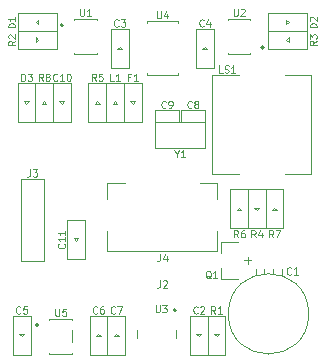
<source format=gto>
G04 #@! TF.GenerationSoftware,KiCad,Pcbnew,(5.1.10-1-10_14)*
G04 #@! TF.CreationDate,2021-08-08T19:51:24+09:00*
G04 #@! TF.ProjectId,MiniCon,4d696e69-436f-46e2-9e6b-696361645f70,V1.0*
G04 #@! TF.SameCoordinates,Original*
G04 #@! TF.FileFunction,Legend,Top*
G04 #@! TF.FilePolarity,Positive*
%FSLAX46Y46*%
G04 Gerber Fmt 4.6, Leading zero omitted, Abs format (unit mm)*
G04 Created by KiCad (PCBNEW (5.1.10-1-10_14)) date 2021-08-08 19:51:24*
%MOMM*%
%LPD*%
G01*
G04 APERTURE LIST*
%ADD10C,0.120000*%
%ADD11C,0.200000*%
%ADD12C,0.100000*%
G04 APERTURE END LIST*
D10*
X3600000Y2550000D02*
X-600000Y2550000D01*
X-600000Y2550000D02*
X-600000Y4750000D01*
X-600000Y4750000D02*
X3600000Y4750000D01*
X3600000Y4750000D02*
X3600000Y2550000D01*
X-7650000Y-14900000D02*
X-7650000Y-14800000D01*
X-9550000Y-14900000D02*
X-7650000Y-14900000D01*
X-9550000Y-14800000D02*
X-9550000Y-14900000D01*
X-9550000Y-11900000D02*
X-9550000Y-12000000D01*
X-7650000Y-11900000D02*
X-9550000Y-11900000D01*
X-7650000Y-12000000D02*
X-7650000Y-11900000D01*
X-7650000Y-12900000D02*
X-7650000Y-13900000D01*
D11*
X-10500000Y-12450000D02*
G75*
G03*
X-10500000Y-12450000I-100000J0D01*
G01*
D10*
X-1300000Y13100000D02*
X-1300000Y13300000D01*
X-1300000Y13300000D02*
X1300000Y13300000D01*
X1300000Y13300000D02*
X1300000Y13100000D01*
X-1300000Y8900000D02*
X-1300000Y8700000D01*
X-1300000Y8700000D02*
X1300000Y8700000D01*
X1300000Y8700000D02*
X1300000Y8900000D01*
X-2150000Y-12850000D02*
X-2150000Y-13550000D01*
X1150000Y-12850000D02*
X1150000Y-13550000D01*
D11*
X1150000Y-11200000D02*
G75*
G03*
X1150000Y-11200000I-100000J0D01*
G01*
X8600000Y11050000D02*
G75*
G03*
X8600000Y11050000I-100000J0D01*
G01*
D10*
X5550000Y10600000D02*
X5550000Y10500000D01*
X5550000Y10500000D02*
X7450000Y10500000D01*
X7450000Y10500000D02*
X7450000Y10600000D01*
X7450000Y13400000D02*
X7450000Y13500000D01*
X7450000Y13500000D02*
X5550000Y13500000D01*
X5550000Y13500000D02*
X5550000Y13400000D01*
D11*
X-8400000Y12950000D02*
G75*
G03*
X-8400000Y12950000I-100000J0D01*
G01*
D10*
X-5550000Y13400000D02*
X-5550000Y13500000D01*
X-5550000Y13500000D02*
X-7450000Y13500000D01*
X-7450000Y13500000D02*
X-7450000Y13400000D01*
X-7450000Y10600000D02*
X-7450000Y10500000D01*
X-7450000Y10500000D02*
X-5550000Y10500000D01*
X-5550000Y10500000D02*
X-5550000Y10600000D01*
X-10000000Y6500000D02*
X-9800000Y6300000D01*
X-10200000Y6300000D02*
X-10000000Y6500000D01*
X-9800000Y6300000D02*
X-10200000Y6300000D01*
X-10750000Y8050000D02*
X-10750000Y4750000D01*
X-9250000Y8050000D02*
X-9250000Y4750000D01*
X-9250000Y4750000D02*
X-10750000Y4750000D01*
X-9250000Y8050000D02*
X-10750000Y8050000D01*
X9500000Y-2500000D02*
X9700000Y-2700000D01*
X9300000Y-2700000D02*
X9500000Y-2500000D01*
X9700000Y-2700000D02*
X9300000Y-2700000D01*
X8750000Y-950000D02*
X8750000Y-4250000D01*
X10250000Y-950000D02*
X10250000Y-4250000D01*
X10250000Y-4250000D02*
X8750000Y-4250000D01*
X10250000Y-950000D02*
X8750000Y-950000D01*
X6500000Y-2500000D02*
X6700000Y-2700000D01*
X6300000Y-2700000D02*
X6500000Y-2500000D01*
X6700000Y-2700000D02*
X6300000Y-2700000D01*
X5750000Y-950000D02*
X5750000Y-4250000D01*
X7250000Y-950000D02*
X7250000Y-4250000D01*
X7250000Y-4250000D02*
X5750000Y-4250000D01*
X7250000Y-950000D02*
X5750000Y-950000D01*
X-5500000Y6500000D02*
X-5300000Y6300000D01*
X-5700000Y6300000D02*
X-5500000Y6500000D01*
X-5300000Y6300000D02*
X-5700000Y6300000D01*
X-6250000Y8050000D02*
X-6250000Y4750000D01*
X-4750000Y8050000D02*
X-4750000Y4750000D01*
X-4750000Y4750000D02*
X-6250000Y4750000D01*
X-4750000Y8050000D02*
X-6250000Y8050000D01*
X8000000Y-2700000D02*
X7800000Y-2500000D01*
X8200000Y-2500000D02*
X8000000Y-2700000D01*
X7800000Y-2500000D02*
X8200000Y-2500000D01*
X8750000Y-4250000D02*
X8750000Y-950000D01*
X7250000Y-4250000D02*
X7250000Y-950000D01*
X7250000Y-950000D02*
X8750000Y-950000D01*
X7250000Y-4250000D02*
X8750000Y-4250000D01*
X10500000Y11700000D02*
X10700000Y11900000D01*
X10700000Y11500000D02*
X10500000Y11700000D01*
X10700000Y11900000D02*
X10700000Y11500000D01*
X8950000Y10950000D02*
X12250000Y10950000D01*
X8950000Y12450000D02*
X12250000Y12450000D01*
X12250000Y12450000D02*
X12250000Y10950000D01*
X8950000Y12450000D02*
X8950000Y10950000D01*
X-10500000Y11700000D02*
X-10700000Y11500000D01*
X-10700000Y11900000D02*
X-10500000Y11700000D01*
X-10700000Y11500000D02*
X-10700000Y11900000D01*
X-8950000Y12450000D02*
X-12250000Y12450000D01*
X-8950000Y10950000D02*
X-12250000Y10950000D01*
X-12250000Y10950000D02*
X-12250000Y12450000D01*
X-8950000Y10950000D02*
X-8950000Y12450000D01*
X4600000Y-13400000D02*
X4400000Y-13200000D01*
X4800000Y-13200000D02*
X4600000Y-13400000D01*
X4400000Y-13200000D02*
X4800000Y-13200000D01*
X5350000Y-14950000D02*
X5350000Y-11650000D01*
X3850000Y-14950000D02*
X3850000Y-11650000D01*
X3850000Y-11650000D02*
X5350000Y-11650000D01*
X3850000Y-14950000D02*
X5350000Y-14950000D01*
X4940000Y-5420000D02*
X4940000Y-6350000D01*
X4940000Y-8580000D02*
X4940000Y-7650000D01*
X4940000Y-8580000D02*
X6400000Y-8580000D01*
X4940000Y-5420000D02*
X6400000Y-5420000D01*
X12600000Y300000D02*
X10400000Y300000D01*
X12600000Y8700000D02*
X12600000Y300000D01*
X10400000Y8700000D02*
X12600000Y8700000D01*
X4200000Y8700000D02*
X6500000Y8700000D01*
X4200000Y300000D02*
X4200000Y8700000D01*
X6500000Y300000D02*
X4200000Y300000D01*
X-4000000Y6500000D02*
X-3800000Y6300000D01*
X-4200000Y6300000D02*
X-4000000Y6500000D01*
X-3800000Y6300000D02*
X-4200000Y6300000D01*
X-4750000Y8050000D02*
X-4750000Y4750000D01*
X-3250000Y8050000D02*
X-3250000Y4750000D01*
X-3250000Y4750000D02*
X-4750000Y4750000D01*
X-3250000Y8050000D02*
X-4750000Y8050000D01*
X4650000Y-6200000D02*
X4650000Y-4460000D01*
X-4650000Y-6200000D02*
X4650000Y-6200000D01*
X-4650000Y-4460000D02*
X-4650000Y-6200000D01*
X4650000Y-400000D02*
X4650000Y-1740000D01*
X3160000Y-400000D02*
X4650000Y-400000D01*
X-4650000Y-400000D02*
X-4650000Y-1740000D01*
X-3160000Y-400000D02*
X-4650000Y-400000D01*
X-11950000Y-7000000D02*
X-10050000Y-7000000D01*
X-11950000Y-50000D02*
X-11950000Y-7000000D01*
X-10050000Y-50000D02*
X-10050000Y-7000000D01*
X-11950000Y-50000D02*
X-10050000Y-50000D01*
X-2500000Y6300000D02*
X-2700000Y6500000D01*
X-2300000Y6500000D02*
X-2500000Y6300000D01*
X-2700000Y6500000D02*
X-2300000Y6500000D01*
X-1750000Y4750000D02*
X-1750000Y8050000D01*
X-3250000Y4750000D02*
X-3250000Y8050000D01*
X-3250000Y8050000D02*
X-1750000Y8050000D01*
X-3250000Y4750000D02*
X-1750000Y4750000D01*
X-11500000Y6300000D02*
X-11700000Y6500000D01*
X-11300000Y6500000D02*
X-11500000Y6300000D01*
X-11700000Y6500000D02*
X-11300000Y6500000D01*
X-10750000Y4750000D02*
X-10750000Y8050000D01*
X-12250000Y4750000D02*
X-12250000Y8050000D01*
X-12250000Y8050000D02*
X-10750000Y8050000D01*
X-12250000Y4750000D02*
X-10750000Y4750000D01*
X10700000Y13200000D02*
X10500000Y13000000D01*
X10500000Y13400000D02*
X10700000Y13200000D01*
X10500000Y13000000D02*
X10500000Y13400000D01*
X12250000Y13950000D02*
X8950000Y13950000D01*
X12250000Y12450000D02*
X8950000Y12450000D01*
X8950000Y12450000D02*
X8950000Y13950000D01*
X12250000Y12450000D02*
X12250000Y13950000D01*
X-10700000Y13200000D02*
X-10500000Y13400000D01*
X-10500000Y13000000D02*
X-10700000Y13200000D01*
X-10500000Y13400000D02*
X-10500000Y13000000D01*
X-12250000Y12450000D02*
X-8950000Y12450000D01*
X-12250000Y13950000D02*
X-8950000Y13950000D01*
X-8950000Y13950000D02*
X-8950000Y12450000D01*
X-12250000Y13950000D02*
X-12250000Y12450000D01*
X-7300000Y-5300000D02*
X-7500000Y-5100000D01*
X-7100000Y-5100000D02*
X-7300000Y-5300000D01*
X-7500000Y-5100000D02*
X-7100000Y-5100000D01*
X-6550000Y-6850000D02*
X-6550000Y-3550000D01*
X-8050000Y-6850000D02*
X-8050000Y-3550000D01*
X-8050000Y-3550000D02*
X-6550000Y-3550000D01*
X-8050000Y-6850000D02*
X-6550000Y-6850000D01*
X-8500000Y6300000D02*
X-8700000Y6500000D01*
X-8300000Y6500000D02*
X-8500000Y6300000D01*
X-8700000Y6500000D02*
X-8300000Y6500000D01*
X-7750000Y4750000D02*
X-7750000Y8050000D01*
X-9250000Y4750000D02*
X-9250000Y8050000D01*
X-9250000Y8050000D02*
X-7750000Y8050000D01*
X-9250000Y4750000D02*
X-7750000Y4750000D01*
X1400000Y4750000D02*
X1400000Y5750000D01*
X-600000Y4750000D02*
X-600000Y5750000D01*
X-600000Y4750000D02*
X1400000Y4750000D01*
X-600000Y5750000D02*
X1400000Y5750000D01*
X1600000Y5750000D02*
X1600000Y4750000D01*
X3600000Y5750000D02*
X3600000Y4750000D01*
X3600000Y5750000D02*
X1600000Y5750000D01*
X3600000Y4750000D02*
X1600000Y4750000D01*
X-3900000Y-13200000D02*
X-3700000Y-13400000D01*
X-4100000Y-13400000D02*
X-3900000Y-13200000D01*
X-3700000Y-13400000D02*
X-4100000Y-13400000D01*
X-4650000Y-11650000D02*
X-4650000Y-14950000D01*
X-3150000Y-11650000D02*
X-3150000Y-14950000D01*
X-3150000Y-14950000D02*
X-4650000Y-14950000D01*
X-3150000Y-11650000D02*
X-4650000Y-11650000D01*
X-5400000Y-13200000D02*
X-5200000Y-13400000D01*
X-5600000Y-13400000D02*
X-5400000Y-13200000D01*
X-5200000Y-13400000D02*
X-5600000Y-13400000D01*
X-6150000Y-11650000D02*
X-6150000Y-14950000D01*
X-4650000Y-11650000D02*
X-4650000Y-14950000D01*
X-4650000Y-14950000D02*
X-6150000Y-14950000D01*
X-4650000Y-11650000D02*
X-6150000Y-11650000D01*
X-11900000Y-13400000D02*
X-12100000Y-13200000D01*
X-11700000Y-13200000D02*
X-11900000Y-13400000D01*
X-12100000Y-13200000D02*
X-11700000Y-13200000D01*
X-11150000Y-14950000D02*
X-11150000Y-11650000D01*
X-12650000Y-14950000D02*
X-12650000Y-11650000D01*
X-12650000Y-11650000D02*
X-11150000Y-11650000D01*
X-12650000Y-14950000D02*
X-11150000Y-14950000D01*
X3600000Y11100000D02*
X3800000Y10900000D01*
X3400000Y10900000D02*
X3600000Y11100000D01*
X3800000Y10900000D02*
X3400000Y10900000D01*
X2850000Y12650000D02*
X2850000Y9350000D01*
X4350000Y12650000D02*
X4350000Y9350000D01*
X4350000Y9350000D02*
X2850000Y9350000D01*
X4350000Y12650000D02*
X2850000Y12650000D01*
X-3600000Y11100000D02*
X-3400000Y10900000D01*
X-3800000Y10900000D02*
X-3600000Y11100000D01*
X-3400000Y10900000D02*
X-3800000Y10900000D01*
X-4350000Y12650000D02*
X-4350000Y9350000D01*
X-2850000Y12650000D02*
X-2850000Y9350000D01*
X-2850000Y9350000D02*
X-4350000Y9350000D01*
X-2850000Y12650000D02*
X-4350000Y12650000D01*
X3100000Y-13400000D02*
X2900000Y-13200000D01*
X3300000Y-13200000D02*
X3100000Y-13400000D01*
X2900000Y-13200000D02*
X3300000Y-13200000D01*
X3850000Y-14950000D02*
X3850000Y-11650000D01*
X2350000Y-14950000D02*
X2350000Y-11650000D01*
X2350000Y-11650000D02*
X3850000Y-11650000D01*
X2350000Y-14950000D02*
X3850000Y-14950000D01*
X12400000Y-11500000D02*
G75*
G03*
X12400000Y-11500000I-3400000J0D01*
G01*
X10100000Y-7700000D02*
X10100000Y-8250000D01*
X9400000Y-7700000D02*
X9400000Y-8100000D01*
X8600000Y-7700000D02*
X8600000Y-8100000D01*
X7900000Y-7700000D02*
X7900000Y-8250000D01*
D12*
X1214285Y2064285D02*
X1214285Y1778571D01*
X1014285Y2378571D02*
X1214285Y2064285D01*
X1414285Y2378571D01*
X1928571Y1778571D02*
X1585714Y1778571D01*
X1757142Y1778571D02*
X1757142Y2378571D01*
X1700000Y2292857D01*
X1642857Y2235714D01*
X1585714Y2207142D01*
X-9057142Y-11071428D02*
X-9057142Y-11557142D01*
X-9028571Y-11614285D01*
X-9000000Y-11642857D01*
X-8942857Y-11671428D01*
X-8828571Y-11671428D01*
X-8771428Y-11642857D01*
X-8742857Y-11614285D01*
X-8714285Y-11557142D01*
X-8714285Y-11071428D01*
X-8142857Y-11071428D02*
X-8428571Y-11071428D01*
X-8457142Y-11357142D01*
X-8428571Y-11328571D01*
X-8371428Y-11300000D01*
X-8228571Y-11300000D01*
X-8171428Y-11328571D01*
X-8142857Y-11357142D01*
X-8114285Y-11414285D01*
X-8114285Y-11557142D01*
X-8142857Y-11614285D01*
X-8171428Y-11642857D01*
X-8228571Y-11671428D01*
X-8371428Y-11671428D01*
X-8428571Y-11642857D01*
X-8457142Y-11614285D01*
X-457142Y14128571D02*
X-457142Y13642857D01*
X-428571Y13585714D01*
X-399999Y13557142D01*
X-342857Y13528571D01*
X-228571Y13528571D01*
X-171428Y13557142D01*
X-142857Y13585714D01*
X-114285Y13642857D01*
X-114285Y14128571D01*
X428571Y13928571D02*
X428571Y13528571D01*
X285714Y14157142D02*
X142857Y13728571D01*
X514285Y13728571D01*
X-557142Y-10771428D02*
X-557142Y-11257142D01*
X-528571Y-11314285D01*
X-499999Y-11342857D01*
X-442857Y-11371428D01*
X-328571Y-11371428D01*
X-271428Y-11342857D01*
X-242857Y-11314285D01*
X-214285Y-11257142D01*
X-214285Y-10771428D01*
X14285Y-10771428D02*
X385714Y-10771428D01*
X185714Y-11000000D01*
X271428Y-11000000D01*
X328571Y-11028571D01*
X357142Y-11057142D01*
X385714Y-11114285D01*
X385714Y-11257142D01*
X357142Y-11314285D01*
X328571Y-11342857D01*
X271428Y-11371428D01*
X100000Y-11371428D01*
X42857Y-11342857D01*
X14285Y-11314285D01*
X6042857Y14328571D02*
X6042857Y13842857D01*
X6071428Y13785714D01*
X6100000Y13757142D01*
X6157142Y13728571D01*
X6271428Y13728571D01*
X6328571Y13757142D01*
X6357142Y13785714D01*
X6385714Y13842857D01*
X6385714Y14328571D01*
X6642857Y14271428D02*
X6671428Y14300000D01*
X6728571Y14328571D01*
X6871428Y14328571D01*
X6928571Y14300000D01*
X6957142Y14271428D01*
X6985714Y14214285D01*
X6985714Y14157142D01*
X6957142Y14071428D01*
X6614285Y13728571D01*
X6985714Y13728571D01*
X-6957142Y14328571D02*
X-6957142Y13842857D01*
X-6928571Y13785714D01*
X-6900000Y13757142D01*
X-6842857Y13728571D01*
X-6728571Y13728571D01*
X-6671428Y13757142D01*
X-6642857Y13785714D01*
X-6614285Y13842857D01*
X-6614285Y14328571D01*
X-6014285Y13728571D02*
X-6357142Y13728571D01*
X-6185714Y13728571D02*
X-6185714Y14328571D01*
X-6242857Y14242857D01*
X-6300000Y14185714D01*
X-6357142Y14157142D01*
X-10100000Y8228571D02*
X-10300000Y8514285D01*
X-10442857Y8228571D02*
X-10442857Y8828571D01*
X-10214285Y8828571D01*
X-10157142Y8800000D01*
X-10128571Y8771428D01*
X-10100000Y8714285D01*
X-10100000Y8628571D01*
X-10128571Y8571428D01*
X-10157142Y8542857D01*
X-10214285Y8514285D01*
X-10442857Y8514285D01*
X-9757142Y8571428D02*
X-9814285Y8600000D01*
X-9842857Y8628571D01*
X-9871428Y8685714D01*
X-9871428Y8714285D01*
X-9842857Y8771428D01*
X-9814285Y8800000D01*
X-9757142Y8828571D01*
X-9642857Y8828571D01*
X-9585714Y8800000D01*
X-9557142Y8771428D01*
X-9528571Y8714285D01*
X-9528571Y8685714D01*
X-9557142Y8628571D01*
X-9585714Y8600000D01*
X-9642857Y8571428D01*
X-9757142Y8571428D01*
X-9814285Y8542857D01*
X-9842857Y8514285D01*
X-9871428Y8457142D01*
X-9871428Y8342857D01*
X-9842857Y8285714D01*
X-9814285Y8257142D01*
X-9757142Y8228571D01*
X-9642857Y8228571D01*
X-9585714Y8257142D01*
X-9557142Y8285714D01*
X-9528571Y8342857D01*
X-9528571Y8457142D01*
X-9557142Y8514285D01*
X-9585714Y8542857D01*
X-9642857Y8571428D01*
X9400000Y-5021428D02*
X9200000Y-4735714D01*
X9057142Y-5021428D02*
X9057142Y-4421428D01*
X9285714Y-4421428D01*
X9342857Y-4450000D01*
X9371428Y-4478571D01*
X9400000Y-4535714D01*
X9400000Y-4621428D01*
X9371428Y-4678571D01*
X9342857Y-4707142D01*
X9285714Y-4735714D01*
X9057142Y-4735714D01*
X9600000Y-4421428D02*
X10000000Y-4421428D01*
X9742857Y-5021428D01*
X6425000Y-5021428D02*
X6225000Y-4735714D01*
X6082142Y-5021428D02*
X6082142Y-4421428D01*
X6310714Y-4421428D01*
X6367857Y-4450000D01*
X6396428Y-4478571D01*
X6425000Y-4535714D01*
X6425000Y-4621428D01*
X6396428Y-4678571D01*
X6367857Y-4707142D01*
X6310714Y-4735714D01*
X6082142Y-4735714D01*
X6939285Y-4421428D02*
X6825000Y-4421428D01*
X6767857Y-4450000D01*
X6739285Y-4478571D01*
X6682142Y-4564285D01*
X6653571Y-4678571D01*
X6653571Y-4907142D01*
X6682142Y-4964285D01*
X6710714Y-4992857D01*
X6767857Y-5021428D01*
X6882142Y-5021428D01*
X6939285Y-4992857D01*
X6967857Y-4964285D01*
X6996428Y-4907142D01*
X6996428Y-4764285D01*
X6967857Y-4707142D01*
X6939285Y-4678571D01*
X6882142Y-4650000D01*
X6767857Y-4650000D01*
X6710714Y-4678571D01*
X6682142Y-4707142D01*
X6653571Y-4764285D01*
X-5600000Y8228571D02*
X-5800000Y8514285D01*
X-5942857Y8228571D02*
X-5942857Y8828571D01*
X-5714285Y8828571D01*
X-5657142Y8800000D01*
X-5628571Y8771428D01*
X-5600000Y8714285D01*
X-5600000Y8628571D01*
X-5628571Y8571428D01*
X-5657142Y8542857D01*
X-5714285Y8514285D01*
X-5942857Y8514285D01*
X-5057142Y8828571D02*
X-5342857Y8828571D01*
X-5371428Y8542857D01*
X-5342857Y8571428D01*
X-5285714Y8600000D01*
X-5142857Y8600000D01*
X-5085714Y8571428D01*
X-5057142Y8542857D01*
X-5028571Y8485714D01*
X-5028571Y8342857D01*
X-5057142Y8285714D01*
X-5085714Y8257142D01*
X-5142857Y8228571D01*
X-5285714Y8228571D01*
X-5342857Y8257142D01*
X-5371428Y8285714D01*
X7900000Y-5021428D02*
X7700000Y-4735714D01*
X7557142Y-5021428D02*
X7557142Y-4421428D01*
X7785714Y-4421428D01*
X7842857Y-4450000D01*
X7871428Y-4478571D01*
X7900000Y-4535714D01*
X7900000Y-4621428D01*
X7871428Y-4678571D01*
X7842857Y-4707142D01*
X7785714Y-4735714D01*
X7557142Y-4735714D01*
X8414285Y-4621428D02*
X8414285Y-5021428D01*
X8271428Y-4392857D02*
X8128571Y-4821428D01*
X8500000Y-4821428D01*
X13071428Y11600000D02*
X12785714Y11400000D01*
X13071428Y11257142D02*
X12471428Y11257142D01*
X12471428Y11485714D01*
X12500000Y11542857D01*
X12528571Y11571428D01*
X12585714Y11600000D01*
X12671428Y11600000D01*
X12728571Y11571428D01*
X12757142Y11542857D01*
X12785714Y11485714D01*
X12785714Y11257142D01*
X12471428Y11800000D02*
X12471428Y12171428D01*
X12700000Y11971428D01*
X12700000Y12057142D01*
X12728571Y12114285D01*
X12757142Y12142857D01*
X12814285Y12171428D01*
X12957142Y12171428D01*
X13014285Y12142857D01*
X13042857Y12114285D01*
X13071428Y12057142D01*
X13071428Y11885714D01*
X13042857Y11828571D01*
X13014285Y11800000D01*
X-12428571Y11600000D02*
X-12714285Y11400000D01*
X-12428571Y11257142D02*
X-13028571Y11257142D01*
X-13028571Y11485714D01*
X-13000000Y11542857D01*
X-12971428Y11571428D01*
X-12914285Y11600000D01*
X-12828571Y11600000D01*
X-12771428Y11571428D01*
X-12742857Y11542857D01*
X-12714285Y11485714D01*
X-12714285Y11257142D01*
X-12971428Y11828571D02*
X-13000000Y11857142D01*
X-13028571Y11914285D01*
X-13028571Y12057142D01*
X-13000000Y12114285D01*
X-12971428Y12142857D01*
X-12914285Y12171428D01*
X-12857142Y12171428D01*
X-12771428Y12142857D01*
X-12428571Y11800000D01*
X-12428571Y12171428D01*
X4500000Y-11471428D02*
X4300000Y-11185714D01*
X4157142Y-11471428D02*
X4157142Y-10871428D01*
X4385714Y-10871428D01*
X4442857Y-10900000D01*
X4471428Y-10928571D01*
X4500000Y-10985714D01*
X4500000Y-11071428D01*
X4471428Y-11128571D01*
X4442857Y-11157142D01*
X4385714Y-11185714D01*
X4157142Y-11185714D01*
X5071428Y-11471428D02*
X4728571Y-11471428D01*
X4900000Y-11471428D02*
X4900000Y-10871428D01*
X4842857Y-10957142D01*
X4785714Y-11014285D01*
X4728571Y-11042857D01*
X4117857Y-8503571D02*
X4060714Y-8475000D01*
X4003571Y-8417857D01*
X3917857Y-8332142D01*
X3860714Y-8303571D01*
X3803571Y-8303571D01*
X3832142Y-8446428D02*
X3775000Y-8417857D01*
X3717857Y-8360714D01*
X3689285Y-8246428D01*
X3689285Y-8046428D01*
X3717857Y-7932142D01*
X3775000Y-7875000D01*
X3832142Y-7846428D01*
X3946428Y-7846428D01*
X4003571Y-7875000D01*
X4060714Y-7932142D01*
X4089285Y-8046428D01*
X4089285Y-8246428D01*
X4060714Y-8360714D01*
X4003571Y-8417857D01*
X3946428Y-8446428D01*
X3832142Y-8446428D01*
X4660714Y-8446428D02*
X4317857Y-8446428D01*
X4489285Y-8446428D02*
X4489285Y-7846428D01*
X4432142Y-7932142D01*
X4375000Y-7989285D01*
X4317857Y-8017857D01*
X5114285Y8928571D02*
X4828571Y8928571D01*
X4828571Y9528571D01*
X5285714Y8957142D02*
X5371428Y8928571D01*
X5514285Y8928571D01*
X5571428Y8957142D01*
X5600000Y8985714D01*
X5628571Y9042857D01*
X5628571Y9100000D01*
X5600000Y9157142D01*
X5571428Y9185714D01*
X5514285Y9214285D01*
X5400000Y9242857D01*
X5342857Y9271428D01*
X5314285Y9300000D01*
X5285714Y9357142D01*
X5285714Y9414285D01*
X5314285Y9471428D01*
X5342857Y9500000D01*
X5400000Y9528571D01*
X5542857Y9528571D01*
X5628571Y9500000D01*
X6200000Y8928571D02*
X5857142Y8928571D01*
X6028571Y8928571D02*
X6028571Y9528571D01*
X5971428Y9442857D01*
X5914285Y9385714D01*
X5857142Y9357142D01*
X-4099999Y8228571D02*
X-4385714Y8228571D01*
X-4385714Y8828571D01*
X-3585714Y8228571D02*
X-3928571Y8228571D01*
X-3757142Y8228571D02*
X-3757142Y8828571D01*
X-3814285Y8742857D01*
X-3871428Y8685714D01*
X-3928571Y8657142D01*
X-175000Y-6421428D02*
X-175000Y-6850000D01*
X-203571Y-6935714D01*
X-260714Y-6992857D01*
X-346428Y-7021428D01*
X-403571Y-7021428D01*
X367857Y-6621428D02*
X367857Y-7021428D01*
X224999Y-6392857D02*
X82142Y-6821428D01*
X453571Y-6821428D01*
X-11200000Y728571D02*
X-11200000Y300000D01*
X-11228571Y214285D01*
X-11285714Y157142D01*
X-11371428Y128571D01*
X-11428571Y128571D01*
X-10971428Y728571D02*
X-10600000Y728571D01*
X-10800000Y500000D01*
X-10714285Y500000D01*
X-10657142Y471428D01*
X-10628571Y442857D01*
X-10600000Y385714D01*
X-10600000Y242857D01*
X-10628571Y185714D01*
X-10657142Y157142D01*
X-10714285Y128571D01*
X-10885714Y128571D01*
X-10942857Y157142D01*
X-10971428Y185714D01*
X-200000Y-8671428D02*
X-200000Y-9100000D01*
X-228571Y-9185714D01*
X-285714Y-9242857D01*
X-371428Y-9271428D01*
X-428571Y-9271428D01*
X57142Y-8728571D02*
X85714Y-8700000D01*
X142857Y-8671428D01*
X285714Y-8671428D01*
X342857Y-8700000D01*
X371428Y-8728571D01*
X399999Y-8785714D01*
X399999Y-8842857D01*
X371428Y-8928571D01*
X28571Y-9271428D01*
X399999Y-9271428D01*
X-2700000Y8542857D02*
X-2900000Y8542857D01*
X-2900000Y8228571D02*
X-2900000Y8828571D01*
X-2614285Y8828571D01*
X-2071428Y8228571D02*
X-2414285Y8228571D01*
X-2242857Y8228571D02*
X-2242857Y8828571D01*
X-2300000Y8742857D01*
X-2357142Y8685714D01*
X-2414285Y8657142D01*
X-11942857Y8228571D02*
X-11942857Y8828571D01*
X-11800000Y8828571D01*
X-11714285Y8800000D01*
X-11657142Y8742857D01*
X-11628571Y8685714D01*
X-11600000Y8571428D01*
X-11600000Y8485714D01*
X-11628571Y8371428D01*
X-11657142Y8314285D01*
X-11714285Y8257142D01*
X-11800000Y8228571D01*
X-11942857Y8228571D01*
X-11400000Y8828571D02*
X-11028571Y8828571D01*
X-11228571Y8600000D01*
X-11142857Y8600000D01*
X-11085714Y8571428D01*
X-11057142Y8542857D01*
X-11028571Y8485714D01*
X-11028571Y8342857D01*
X-11057142Y8285714D01*
X-11085714Y8257142D01*
X-11142857Y8228571D01*
X-11314285Y8228571D01*
X-11371428Y8257142D01*
X-11400000Y8285714D01*
X13071428Y12757142D02*
X12471428Y12757142D01*
X12471428Y12900000D01*
X12500000Y12985714D01*
X12557142Y13042857D01*
X12614285Y13071428D01*
X12728571Y13100000D01*
X12814285Y13100000D01*
X12928571Y13071428D01*
X12985714Y13042857D01*
X13042857Y12985714D01*
X13071428Y12900000D01*
X13071428Y12757142D01*
X12528571Y13328571D02*
X12500000Y13357142D01*
X12471428Y13414285D01*
X12471428Y13557142D01*
X12500000Y13614285D01*
X12528571Y13642857D01*
X12585714Y13671428D01*
X12642857Y13671428D01*
X12728571Y13642857D01*
X13071428Y13300000D01*
X13071428Y13671428D01*
X-12428571Y12757142D02*
X-13028571Y12757142D01*
X-13028571Y12900000D01*
X-13000000Y12985714D01*
X-12942857Y13042857D01*
X-12885714Y13071428D01*
X-12771428Y13100000D01*
X-12685714Y13100000D01*
X-12571428Y13071428D01*
X-12514285Y13042857D01*
X-12457142Y12985714D01*
X-12428571Y12900000D01*
X-12428571Y12757142D01*
X-12428571Y13671428D02*
X-12428571Y13328571D01*
X-12428571Y13500000D02*
X-13028571Y13500000D01*
X-12942857Y13442857D01*
X-12885714Y13385714D01*
X-12857142Y13328571D01*
X-8285714Y-5585714D02*
X-8257142Y-5614285D01*
X-8228571Y-5700000D01*
X-8228571Y-5757142D01*
X-8257142Y-5842857D01*
X-8314285Y-5900000D01*
X-8371428Y-5928571D01*
X-8485714Y-5957142D01*
X-8571428Y-5957142D01*
X-8685714Y-5928571D01*
X-8742857Y-5900000D01*
X-8800000Y-5842857D01*
X-8828571Y-5757142D01*
X-8828571Y-5700000D01*
X-8800000Y-5614285D01*
X-8771428Y-5585714D01*
X-8228571Y-5014285D02*
X-8228571Y-5357142D01*
X-8228571Y-5185714D02*
X-8828571Y-5185714D01*
X-8742857Y-5242857D01*
X-8685714Y-5300000D01*
X-8657142Y-5357142D01*
X-8228571Y-4442857D02*
X-8228571Y-4785714D01*
X-8228571Y-4614285D02*
X-8828571Y-4614285D01*
X-8742857Y-4671428D01*
X-8685714Y-4728571D01*
X-8657142Y-4785714D01*
X-8885714Y8285714D02*
X-8914285Y8257142D01*
X-9000000Y8228571D01*
X-9057142Y8228571D01*
X-9142857Y8257142D01*
X-9200000Y8314285D01*
X-9228571Y8371428D01*
X-9257142Y8485714D01*
X-9257142Y8571428D01*
X-9228571Y8685714D01*
X-9200000Y8742857D01*
X-9142857Y8800000D01*
X-9057142Y8828571D01*
X-9000000Y8828571D01*
X-8914285Y8800000D01*
X-8885714Y8771428D01*
X-8314285Y8228571D02*
X-8657142Y8228571D01*
X-8485714Y8228571D02*
X-8485714Y8828571D01*
X-8542857Y8742857D01*
X-8600000Y8685714D01*
X-8657142Y8657142D01*
X-7942857Y8828571D02*
X-7885714Y8828571D01*
X-7828571Y8800000D01*
X-7800000Y8771428D01*
X-7771428Y8714285D01*
X-7742857Y8600000D01*
X-7742857Y8457142D01*
X-7771428Y8342857D01*
X-7800000Y8285714D01*
X-7828571Y8257142D01*
X-7885714Y8228571D01*
X-7942857Y8228571D01*
X-8000000Y8257142D01*
X-8028571Y8285714D01*
X-8057142Y8342857D01*
X-8085714Y8457142D01*
X-8085714Y8600000D01*
X-8057142Y8714285D01*
X-8028571Y8771428D01*
X-8000000Y8800000D01*
X-7942857Y8828571D01*
X300000Y5985714D02*
X271428Y5957142D01*
X185714Y5928571D01*
X128571Y5928571D01*
X42857Y5957142D01*
X-14285Y6014285D01*
X-42857Y6071428D01*
X-71428Y6185714D01*
X-71428Y6271428D01*
X-42857Y6385714D01*
X-14285Y6442857D01*
X42857Y6500000D01*
X128571Y6528571D01*
X185714Y6528571D01*
X271428Y6500000D01*
X300000Y6471428D01*
X585714Y5928571D02*
X700000Y5928571D01*
X757142Y5957142D01*
X785714Y5985714D01*
X842857Y6071428D01*
X871428Y6185714D01*
X871428Y6414285D01*
X842857Y6471428D01*
X814285Y6500000D01*
X757142Y6528571D01*
X642857Y6528571D01*
X585714Y6500000D01*
X557142Y6471428D01*
X528571Y6414285D01*
X528571Y6271428D01*
X557142Y6214285D01*
X585714Y6185714D01*
X642857Y6157142D01*
X757142Y6157142D01*
X814285Y6185714D01*
X842857Y6214285D01*
X871428Y6271428D01*
X2500000Y5985714D02*
X2471428Y5957142D01*
X2385714Y5928571D01*
X2328571Y5928571D01*
X2242857Y5957142D01*
X2185714Y6014285D01*
X2157142Y6071428D01*
X2128571Y6185714D01*
X2128571Y6271428D01*
X2157142Y6385714D01*
X2185714Y6442857D01*
X2242857Y6500000D01*
X2328571Y6528571D01*
X2385714Y6528571D01*
X2471428Y6500000D01*
X2500000Y6471428D01*
X2842857Y6271428D02*
X2785714Y6300000D01*
X2757142Y6328571D01*
X2728571Y6385714D01*
X2728571Y6414285D01*
X2757142Y6471428D01*
X2785714Y6500000D01*
X2842857Y6528571D01*
X2957142Y6528571D01*
X3014285Y6500000D01*
X3042857Y6471428D01*
X3071428Y6414285D01*
X3071428Y6385714D01*
X3042857Y6328571D01*
X3014285Y6300000D01*
X2957142Y6271428D01*
X2842857Y6271428D01*
X2785714Y6242857D01*
X2757142Y6214285D01*
X2728571Y6157142D01*
X2728571Y6042857D01*
X2757142Y5985714D01*
X2785714Y5957142D01*
X2842857Y5928571D01*
X2957142Y5928571D01*
X3014285Y5957142D01*
X3042857Y5985714D01*
X3071428Y6042857D01*
X3071428Y6157142D01*
X3042857Y6214285D01*
X3014285Y6242857D01*
X2957142Y6271428D01*
X-3999999Y-11414285D02*
X-4028571Y-11442857D01*
X-4114285Y-11471428D01*
X-4171428Y-11471428D01*
X-4257142Y-11442857D01*
X-4314285Y-11385714D01*
X-4342857Y-11328571D01*
X-4371428Y-11214285D01*
X-4371428Y-11128571D01*
X-4342857Y-11014285D01*
X-4314285Y-10957142D01*
X-4257142Y-10900000D01*
X-4171428Y-10871428D01*
X-4114285Y-10871428D01*
X-4028571Y-10900000D01*
X-3999999Y-10928571D01*
X-3800000Y-10871428D02*
X-3400000Y-10871428D01*
X-3657142Y-11471428D01*
X-5500000Y-11414285D02*
X-5528571Y-11442857D01*
X-5614285Y-11471428D01*
X-5671428Y-11471428D01*
X-5757142Y-11442857D01*
X-5814285Y-11385714D01*
X-5842857Y-11328571D01*
X-5871428Y-11214285D01*
X-5871428Y-11128571D01*
X-5842857Y-11014285D01*
X-5814285Y-10957142D01*
X-5757142Y-10900000D01*
X-5671428Y-10871428D01*
X-5614285Y-10871428D01*
X-5528571Y-10900000D01*
X-5500000Y-10928571D01*
X-4985714Y-10871428D02*
X-5100000Y-10871428D01*
X-5157142Y-10900000D01*
X-5185714Y-10928571D01*
X-5242857Y-11014285D01*
X-5271428Y-11128571D01*
X-5271428Y-11357142D01*
X-5242857Y-11414285D01*
X-5214285Y-11442857D01*
X-5157142Y-11471428D01*
X-5042857Y-11471428D01*
X-4985714Y-11442857D01*
X-4957142Y-11414285D01*
X-4928571Y-11357142D01*
X-4928571Y-11214285D01*
X-4957142Y-11157142D01*
X-4985714Y-11128571D01*
X-5042857Y-11100000D01*
X-5157142Y-11100000D01*
X-5214285Y-11128571D01*
X-5242857Y-11157142D01*
X-5271428Y-11214285D01*
X-12000000Y-11414285D02*
X-12028571Y-11442857D01*
X-12114285Y-11471428D01*
X-12171428Y-11471428D01*
X-12257142Y-11442857D01*
X-12314285Y-11385714D01*
X-12342857Y-11328571D01*
X-12371428Y-11214285D01*
X-12371428Y-11128571D01*
X-12342857Y-11014285D01*
X-12314285Y-10957142D01*
X-12257142Y-10900000D01*
X-12171428Y-10871428D01*
X-12114285Y-10871428D01*
X-12028571Y-10900000D01*
X-12000000Y-10928571D01*
X-11457142Y-10871428D02*
X-11742857Y-10871428D01*
X-11771428Y-11157142D01*
X-11742857Y-11128571D01*
X-11685714Y-11100000D01*
X-11542857Y-11100000D01*
X-11485714Y-11128571D01*
X-11457142Y-11157142D01*
X-11428571Y-11214285D01*
X-11428571Y-11357142D01*
X-11457142Y-11414285D01*
X-11485714Y-11442857D01*
X-11542857Y-11471428D01*
X-11685714Y-11471428D01*
X-11742857Y-11442857D01*
X-11771428Y-11414285D01*
X3500000Y12885714D02*
X3471428Y12857142D01*
X3385714Y12828571D01*
X3328571Y12828571D01*
X3242857Y12857142D01*
X3185714Y12914285D01*
X3157142Y12971428D01*
X3128571Y13085714D01*
X3128571Y13171428D01*
X3157142Y13285714D01*
X3185714Y13342857D01*
X3242857Y13400000D01*
X3328571Y13428571D01*
X3385714Y13428571D01*
X3471428Y13400000D01*
X3500000Y13371428D01*
X4014285Y13228571D02*
X4014285Y12828571D01*
X3871428Y13457142D02*
X3728571Y13028571D01*
X4100000Y13028571D01*
X-3699999Y12885714D02*
X-3728571Y12857142D01*
X-3814285Y12828571D01*
X-3871428Y12828571D01*
X-3957142Y12857142D01*
X-4014285Y12914285D01*
X-4042857Y12971428D01*
X-4071428Y13085714D01*
X-4071428Y13171428D01*
X-4042857Y13285714D01*
X-4014285Y13342857D01*
X-3957142Y13400000D01*
X-3871428Y13428571D01*
X-3814285Y13428571D01*
X-3728571Y13400000D01*
X-3699999Y13371428D01*
X-3500000Y13428571D02*
X-3128571Y13428571D01*
X-3328571Y13200000D01*
X-3242857Y13200000D01*
X-3185714Y13171428D01*
X-3157142Y13142857D01*
X-3128571Y13085714D01*
X-3128571Y12942857D01*
X-3157142Y12885714D01*
X-3185714Y12857142D01*
X-3242857Y12828571D01*
X-3414285Y12828571D01*
X-3471428Y12857142D01*
X-3500000Y12885714D01*
X3000000Y-11414285D02*
X2971428Y-11442857D01*
X2885714Y-11471428D01*
X2828571Y-11471428D01*
X2742857Y-11442857D01*
X2685714Y-11385714D01*
X2657142Y-11328571D01*
X2628571Y-11214285D01*
X2628571Y-11128571D01*
X2657142Y-11014285D01*
X2685714Y-10957142D01*
X2742857Y-10900000D01*
X2828571Y-10871428D01*
X2885714Y-10871428D01*
X2971428Y-10900000D01*
X3000000Y-10928571D01*
X3228571Y-10928571D02*
X3257142Y-10900000D01*
X3314285Y-10871428D01*
X3457142Y-10871428D01*
X3514285Y-10900000D01*
X3542857Y-10928571D01*
X3571428Y-10985714D01*
X3571428Y-11042857D01*
X3542857Y-11128571D01*
X3200000Y-11471428D01*
X3571428Y-11471428D01*
X10900000Y-8114285D02*
X10871428Y-8142857D01*
X10785714Y-8171428D01*
X10728571Y-8171428D01*
X10642857Y-8142857D01*
X10585714Y-8085714D01*
X10557142Y-8028571D01*
X10528571Y-7914285D01*
X10528571Y-7828571D01*
X10557142Y-7714285D01*
X10585714Y-7657142D01*
X10642857Y-7600000D01*
X10728571Y-7571428D01*
X10785714Y-7571428D01*
X10871428Y-7600000D01*
X10900000Y-7628571D01*
X11471428Y-8171428D02*
X11128571Y-8171428D01*
X11300000Y-8171428D02*
X11300000Y-7571428D01*
X11242857Y-7657142D01*
X11185714Y-7714285D01*
X11128571Y-7742857D01*
X6920238Y-6957142D02*
X7529761Y-6957142D01*
X7225000Y-7261904D02*
X7225000Y-6652380D01*
M02*

</source>
